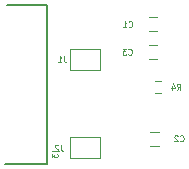
<source format=gbr>
G04 #@! TF.FileFunction,Legend,Bot*
%FSLAX46Y46*%
G04 Gerber Fmt 4.6, Leading zero omitted, Abs format (unit mm)*
G04 Created by KiCad (PCBNEW 4.0.7-e2-6376~58~ubuntu16.04.1) date Wed Aug  1 22:41:23 2018*
%MOMM*%
%LPD*%
G01*
G04 APERTURE LIST*
%ADD10C,0.100000*%
%ADD11C,0.120000*%
%ADD12C,0.150000*%
G04 APERTURE END LIST*
D10*
D11*
X164525000Y-92450000D02*
X163825000Y-92450000D01*
X163825000Y-93650000D02*
X164525000Y-93650000D01*
X164650000Y-102175000D02*
X163950000Y-102175000D01*
X163950000Y-103375000D02*
X164650000Y-103375000D01*
X164525000Y-94775000D02*
X163825000Y-94775000D01*
X163825000Y-95975000D02*
X164525000Y-95975000D01*
X157155000Y-95135000D02*
X159695000Y-95135000D01*
X159695000Y-96915000D02*
X157155000Y-96915000D01*
X159695000Y-96915000D02*
X159695000Y-95135000D01*
X157155000Y-95135000D02*
X157155000Y-96915000D01*
X159695000Y-104365000D02*
X157155000Y-104365000D01*
X157155000Y-102585000D02*
X159695000Y-102585000D01*
X157155000Y-102585000D02*
X157155000Y-104365000D01*
X159695000Y-104365000D02*
X159695000Y-102585000D01*
X164350000Y-97820000D02*
X164850000Y-97820000D01*
X164850000Y-98880000D02*
X164350000Y-98880000D01*
D12*
X151775000Y-91375000D02*
X155175000Y-91375000D01*
X155175000Y-91375000D02*
X155175000Y-104775000D01*
X155175000Y-104775000D02*
X155175000Y-104875000D01*
X155175000Y-104875000D02*
X151675000Y-104875000D01*
D10*
X162108333Y-93228571D02*
X162132143Y-93252381D01*
X162203571Y-93276190D01*
X162251190Y-93276190D01*
X162322619Y-93252381D01*
X162370238Y-93204762D01*
X162394047Y-93157143D01*
X162417857Y-93061905D01*
X162417857Y-92990476D01*
X162394047Y-92895238D01*
X162370238Y-92847619D01*
X162322619Y-92800000D01*
X162251190Y-92776190D01*
X162203571Y-92776190D01*
X162132143Y-92800000D01*
X162108333Y-92823810D01*
X161632143Y-93276190D02*
X161917857Y-93276190D01*
X161775000Y-93276190D02*
X161775000Y-92776190D01*
X161822619Y-92847619D01*
X161870238Y-92895238D01*
X161917857Y-92919048D01*
X166458333Y-102903571D02*
X166482143Y-102927381D01*
X166553571Y-102951190D01*
X166601190Y-102951190D01*
X166672619Y-102927381D01*
X166720238Y-102879762D01*
X166744047Y-102832143D01*
X166767857Y-102736905D01*
X166767857Y-102665476D01*
X166744047Y-102570238D01*
X166720238Y-102522619D01*
X166672619Y-102475000D01*
X166601190Y-102451190D01*
X166553571Y-102451190D01*
X166482143Y-102475000D01*
X166458333Y-102498810D01*
X166267857Y-102498810D02*
X166244047Y-102475000D01*
X166196428Y-102451190D01*
X166077381Y-102451190D01*
X166029762Y-102475000D01*
X166005952Y-102498810D01*
X165982143Y-102546429D01*
X165982143Y-102594048D01*
X166005952Y-102665476D01*
X166291666Y-102951190D01*
X165982143Y-102951190D01*
X162083333Y-95578571D02*
X162107143Y-95602381D01*
X162178571Y-95626190D01*
X162226190Y-95626190D01*
X162297619Y-95602381D01*
X162345238Y-95554762D01*
X162369047Y-95507143D01*
X162392857Y-95411905D01*
X162392857Y-95340476D01*
X162369047Y-95245238D01*
X162345238Y-95197619D01*
X162297619Y-95150000D01*
X162226190Y-95126190D01*
X162178571Y-95126190D01*
X162107143Y-95150000D01*
X162083333Y-95173810D01*
X161916666Y-95126190D02*
X161607143Y-95126190D01*
X161773809Y-95316667D01*
X161702381Y-95316667D01*
X161654762Y-95340476D01*
X161630952Y-95364286D01*
X161607143Y-95411905D01*
X161607143Y-95530952D01*
X161630952Y-95578571D01*
X161654762Y-95602381D01*
X161702381Y-95626190D01*
X161845238Y-95626190D01*
X161892857Y-95602381D01*
X161916666Y-95578571D01*
X156616666Y-95726190D02*
X156616666Y-96083333D01*
X156640476Y-96154762D01*
X156688095Y-96202381D01*
X156759523Y-96226190D01*
X156807142Y-96226190D01*
X156116667Y-96226190D02*
X156402381Y-96226190D01*
X156259524Y-96226190D02*
X156259524Y-95726190D01*
X156307143Y-95797619D01*
X156354762Y-95845238D01*
X156402381Y-95869048D01*
X156366666Y-103226190D02*
X156366666Y-103583333D01*
X156390476Y-103654762D01*
X156438095Y-103702381D01*
X156509523Y-103726190D01*
X156557142Y-103726190D01*
X156152381Y-103273810D02*
X156128571Y-103250000D01*
X156080952Y-103226190D01*
X155961905Y-103226190D01*
X155914286Y-103250000D01*
X155890476Y-103273810D01*
X155866667Y-103321429D01*
X155866667Y-103369048D01*
X155890476Y-103440476D01*
X156176190Y-103726190D01*
X155866667Y-103726190D01*
X166208333Y-98576190D02*
X166375000Y-98338095D01*
X166494047Y-98576190D02*
X166494047Y-98076190D01*
X166303571Y-98076190D01*
X166255952Y-98100000D01*
X166232143Y-98123810D01*
X166208333Y-98171429D01*
X166208333Y-98242857D01*
X166232143Y-98290476D01*
X166255952Y-98314286D01*
X166303571Y-98338095D01*
X166494047Y-98338095D01*
X165779762Y-98242857D02*
X165779762Y-98576190D01*
X165898809Y-98052381D02*
X166017857Y-98409524D01*
X165708333Y-98409524D01*
X155601190Y-103808334D02*
X155958333Y-103808334D01*
X156029762Y-103784524D01*
X156077381Y-103736905D01*
X156101190Y-103665477D01*
X156101190Y-103617858D01*
X155601190Y-103998810D02*
X155601190Y-104308333D01*
X155791667Y-104141667D01*
X155791667Y-104213095D01*
X155815476Y-104260714D01*
X155839286Y-104284524D01*
X155886905Y-104308333D01*
X156005952Y-104308333D01*
X156053571Y-104284524D01*
X156077381Y-104260714D01*
X156101190Y-104213095D01*
X156101190Y-104070238D01*
X156077381Y-104022619D01*
X156053571Y-103998810D01*
M02*

</source>
